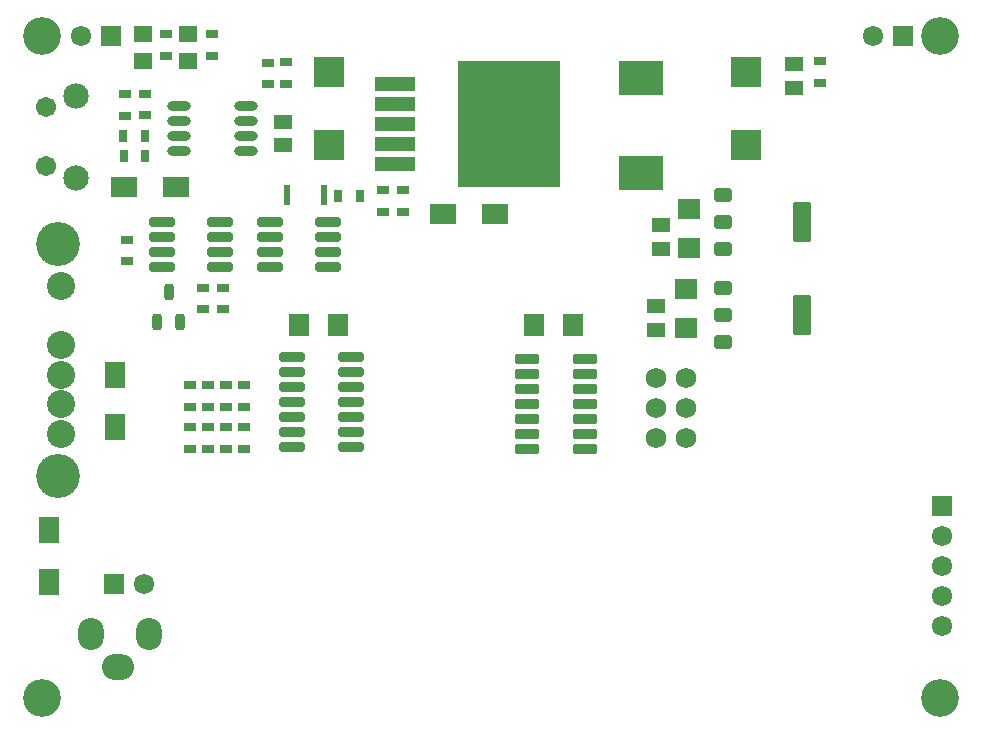
<source format=gts>
G04*
G04 #@! TF.GenerationSoftware,Altium Limited,Altium Designer,20.2.6 (244)*
G04*
G04 Layer_Color=8388736*
%FSLAX24Y24*%
%MOIN*%
G70*
G04*
G04 #@! TF.SameCoordinates,138FFB06-442B-41CF-B478-29EAC48853A1*
G04*
G04*
G04 #@! TF.FilePolarity,Negative*
G04*
G01*
G75*
%ADD36R,0.0730X0.0680*%
%ADD37R,0.0630X0.0513*%
G04:AMPARAMS|DCode=38|XSize=44.6mil|YSize=59.6mil|CornerRadius=6.7mil|HoleSize=0mil|Usage=FLASHONLY|Rotation=270.000|XOffset=0mil|YOffset=0mil|HoleType=Round|Shape=RoundedRectangle|*
%AMROUNDEDRECTD38*
21,1,0.0446,0.0461,0,0,270.0*
21,1,0.0311,0.0596,0,0,270.0*
1,1,0.0135,-0.0230,-0.0156*
1,1,0.0135,-0.0230,0.0156*
1,1,0.0135,0.0230,0.0156*
1,1,0.0135,0.0230,-0.0156*
%
%ADD38ROUNDEDRECTD38*%
G04:AMPARAMS|DCode=39|XSize=135.6mil|YSize=59.6mil|CornerRadius=7.9mil|HoleSize=0mil|Usage=FLASHONLY|Rotation=270.000|XOffset=0mil|YOffset=0mil|HoleType=Round|Shape=RoundedRectangle|*
%AMROUNDEDRECTD39*
21,1,0.1356,0.0438,0,0,270.0*
21,1,0.1198,0.0596,0,0,270.0*
1,1,0.0157,-0.0219,-0.0599*
1,1,0.0157,-0.0219,0.0599*
1,1,0.0157,0.0219,0.0599*
1,1,0.0157,0.0219,-0.0599*
%
%ADD39ROUNDEDRECTD39*%
G04:AMPARAMS|DCode=40|XSize=82.8mil|YSize=31.6mil|CornerRadius=7mil|HoleSize=0mil|Usage=FLASHONLY|Rotation=0.000|XOffset=0mil|YOffset=0mil|HoleType=Round|Shape=RoundedRectangle|*
%AMROUNDEDRECTD40*
21,1,0.0828,0.0177,0,0,0.0*
21,1,0.0689,0.0316,0,0,0.0*
1,1,0.0139,0.0344,-0.0089*
1,1,0.0139,-0.0344,-0.0089*
1,1,0.0139,-0.0344,0.0089*
1,1,0.0139,0.0344,0.0089*
%
%ADD40ROUNDEDRECTD40*%
%ADD41R,0.0680X0.0730*%
%ADD42R,0.0434X0.0316*%
%ADD43R,0.1045X0.1005*%
%ADD44R,0.1497X0.1123*%
%ADD45R,0.1344X0.0493*%
%ADD46R,0.3411X0.4226*%
%ADD47R,0.0907X0.0690*%
%ADD48R,0.0316X0.0434*%
G04:AMPARAMS|DCode=49|XSize=85.6mil|YSize=31.6mil|CornerRadius=7mil|HoleSize=0mil|Usage=FLASHONLY|Rotation=180.000|XOffset=0mil|YOffset=0mil|HoleType=Round|Shape=RoundedRectangle|*
%AMROUNDEDRECTD49*
21,1,0.0856,0.0177,0,0,180.0*
21,1,0.0717,0.0316,0,0,180.0*
1,1,0.0139,-0.0358,0.0089*
1,1,0.0139,0.0358,0.0089*
1,1,0.0139,0.0358,-0.0089*
1,1,0.0139,-0.0358,-0.0089*
%
%ADD49ROUNDEDRECTD49*%
%ADD50R,0.0234X0.0651*%
%ADD51R,0.0630X0.0580*%
%ADD52O,0.0789X0.0316*%
G04:AMPARAMS|DCode=53|XSize=55.6mil|YSize=31.2mil|CornerRadius=9.8mil|HoleSize=0mil|Usage=FLASHONLY|Rotation=90.000|XOffset=0mil|YOffset=0mil|HoleType=Round|Shape=RoundedRectangle|*
%AMROUNDEDRECTD53*
21,1,0.0556,0.0116,0,0,90.0*
21,1,0.0360,0.0312,0,0,90.0*
1,1,0.0196,0.0058,0.0180*
1,1,0.0196,0.0058,-0.0180*
1,1,0.0196,-0.0058,-0.0180*
1,1,0.0196,-0.0058,0.0180*
%
%ADD53ROUNDEDRECTD53*%
G04:AMPARAMS|DCode=54|XSize=85.6mil|YSize=31.6mil|CornerRadius=9.9mil|HoleSize=0mil|Usage=FLASHONLY|Rotation=0.000|XOffset=0mil|YOffset=0mil|HoleType=Round|Shape=RoundedRectangle|*
%AMROUNDEDRECTD54*
21,1,0.0856,0.0118,0,0,0.0*
21,1,0.0657,0.0316,0,0,0.0*
1,1,0.0198,0.0329,-0.0059*
1,1,0.0198,-0.0329,-0.0059*
1,1,0.0198,-0.0329,0.0059*
1,1,0.0198,0.0329,0.0059*
%
%ADD54ROUNDEDRECTD54*%
%ADD55R,0.0690X0.0907*%
%ADD56R,0.0678X0.0678*%
%ADD57C,0.0678*%
%ADD58R,0.0678X0.0678*%
%ADD59C,0.0848*%
%ADD60C,0.0671*%
%ADD61O,0.0867X0.1064*%
%ADD62O,0.1064X0.0867*%
%ADD63C,0.0680*%
%ADD64C,0.0936*%
%ADD65C,0.1462*%
%ADD66C,0.1261*%
D36*
X22350Y15790D02*
D03*
Y17090D02*
D03*
X22250Y13100D02*
D03*
Y14400D02*
D03*
D37*
X21400Y15756D02*
D03*
Y16544D02*
D03*
X21250Y13050D02*
D03*
Y13837D02*
D03*
X25850Y21106D02*
D03*
Y21894D02*
D03*
X8800Y19200D02*
D03*
Y19987D02*
D03*
D38*
X23483Y17552D02*
D03*
Y16650D02*
D03*
Y15748D02*
D03*
Y14452D02*
D03*
Y13550D02*
D03*
Y12648D02*
D03*
D39*
X26117Y16650D02*
D03*
Y13550D02*
D03*
D40*
X18867Y12063D02*
D03*
Y11563D02*
D03*
Y11063D02*
D03*
Y10563D02*
D03*
Y10063D02*
D03*
Y9563D02*
D03*
Y9063D02*
D03*
X16933D02*
D03*
Y9563D02*
D03*
Y10063D02*
D03*
Y10563D02*
D03*
Y11063D02*
D03*
Y11563D02*
D03*
Y12063D02*
D03*
D41*
X17190Y13210D02*
D03*
X18490D02*
D03*
X10660Y13200D02*
D03*
X9360D02*
D03*
D42*
X26700Y21290D02*
D03*
X26700Y22005D02*
D03*
X12800Y16985D02*
D03*
X12800Y17700D02*
D03*
X12150Y16985D02*
D03*
X12150Y17700D02*
D03*
X8900Y21250D02*
D03*
X8900Y21965D02*
D03*
X8300Y21950D02*
D03*
X8300Y21235D02*
D03*
X6450Y22900D02*
D03*
X6450Y22185D02*
D03*
X4900Y22900D02*
D03*
X4900Y22185D02*
D03*
X4200Y20915D02*
D03*
X4200Y20200D02*
D03*
X3550Y20185D02*
D03*
X3550Y20900D02*
D03*
X6800Y14450D02*
D03*
X6800Y13735D02*
D03*
X6150Y14450D02*
D03*
X6150Y13735D02*
D03*
X7500Y10485D02*
D03*
X7500Y11200D02*
D03*
X6900Y10484D02*
D03*
X6900Y11199D02*
D03*
X6300Y10484D02*
D03*
X6300Y11199D02*
D03*
X5700Y10484D02*
D03*
X5700Y11199D02*
D03*
X6900Y9085D02*
D03*
X6900Y9800D02*
D03*
X6300Y9085D02*
D03*
X6300Y9800D02*
D03*
X7500Y9085D02*
D03*
X7500Y9800D02*
D03*
X5700Y9085D02*
D03*
X5700Y9800D02*
D03*
X3600Y15335D02*
D03*
X3600Y16050D02*
D03*
D43*
X24250Y19200D02*
D03*
Y21641D02*
D03*
X10350D02*
D03*
Y19200D02*
D03*
D44*
X20750Y21435D02*
D03*
Y18265D02*
D03*
D45*
X12537Y21239D02*
D03*
Y20569D02*
D03*
Y19900D02*
D03*
Y19231D02*
D03*
Y18561D02*
D03*
D46*
X16328Y19900D02*
D03*
D47*
X15866Y16900D02*
D03*
X14134D02*
D03*
X3500Y17800D02*
D03*
X5232D02*
D03*
D48*
X11365Y17500D02*
D03*
X10650Y17500D02*
D03*
X3485Y19500D02*
D03*
X4200Y19500D02*
D03*
X3500Y18850D02*
D03*
X4215Y18850D02*
D03*
D49*
X8376Y15150D02*
D03*
Y15650D02*
D03*
Y16150D02*
D03*
Y16650D02*
D03*
X10324D02*
D03*
Y16150D02*
D03*
Y15650D02*
D03*
Y15150D02*
D03*
X6724Y16650D02*
D03*
Y16150D02*
D03*
Y15650D02*
D03*
Y15150D02*
D03*
X4776D02*
D03*
Y15650D02*
D03*
Y16150D02*
D03*
Y16650D02*
D03*
D50*
X10162Y17550D02*
D03*
X8938D02*
D03*
D51*
X5650Y22900D02*
D03*
Y22000D02*
D03*
X4150Y22900D02*
D03*
Y22000D02*
D03*
D52*
X5338Y20500D02*
D03*
Y20000D02*
D03*
Y19500D02*
D03*
Y19000D02*
D03*
X7562Y20500D02*
D03*
Y20000D02*
D03*
Y19500D02*
D03*
Y19000D02*
D03*
D53*
X5374Y13306D02*
D03*
X5000Y14294D02*
D03*
X4626Y13306D02*
D03*
D54*
X11074Y12150D02*
D03*
Y11650D02*
D03*
Y11150D02*
D03*
Y10650D02*
D03*
Y10150D02*
D03*
Y9650D02*
D03*
Y9150D02*
D03*
X9126D02*
D03*
Y9650D02*
D03*
Y10150D02*
D03*
Y10650D02*
D03*
Y11150D02*
D03*
Y11650D02*
D03*
Y12150D02*
D03*
D55*
X3200Y11550D02*
D03*
Y9818D02*
D03*
X1000Y6366D02*
D03*
Y4634D02*
D03*
D56*
X30787Y7165D02*
D03*
D57*
Y6165D02*
D03*
Y5165D02*
D03*
Y4165D02*
D03*
Y3165D02*
D03*
X28465Y22835D02*
D03*
X2071D02*
D03*
X4173Y4567D02*
D03*
D58*
X29465Y22835D02*
D03*
X3071D02*
D03*
X3173Y4567D02*
D03*
D59*
X1900Y18100D02*
D03*
Y20856D02*
D03*
D60*
X916Y18494D02*
D03*
Y20462D02*
D03*
D61*
X2402Y2913D02*
D03*
X4331D02*
D03*
D62*
X3307Y1811D02*
D03*
D63*
X22244Y11449D02*
D03*
X21260D02*
D03*
X22244Y9449D02*
D03*
Y10449D02*
D03*
X21260Y9449D02*
D03*
Y10449D02*
D03*
D64*
X1400Y9582D02*
D03*
Y10566D02*
D03*
Y11550D02*
D03*
Y12534D02*
D03*
Y14503D02*
D03*
D65*
X1321Y8184D02*
D03*
Y15900D02*
D03*
D66*
X30709Y787D02*
D03*
Y22835D02*
D03*
X787D02*
D03*
Y787D02*
D03*
M02*

</source>
